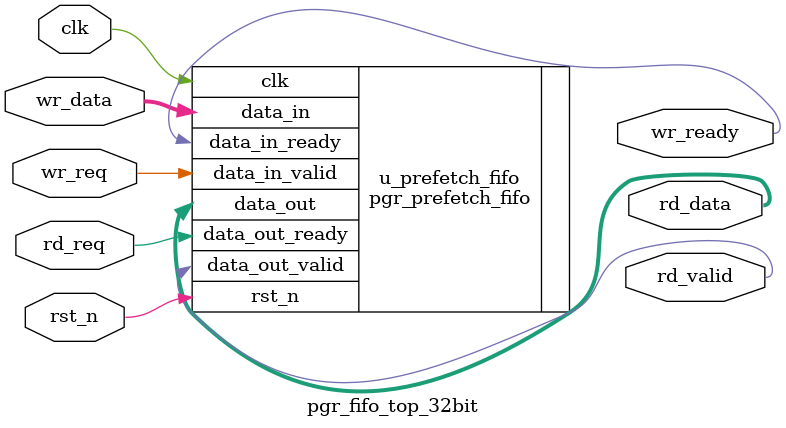
<source format=v>
`timescale 1ns/1ns
module pgr_fifo_top_32bit
#(
    parameter D = 16'd1024
)
(
    input               clk,
    input               rst_n,

    input       [7:0]   wr_data,
    input               wr_req,
    output              wr_ready,

    input               rd_req,
    output      [7:0]   rd_data,
    output              rd_valid
);

pgr_prefetch_fifo
#(
    .D                  (D                  ), //should be 2^N
    .W                  (8                  ),
    .TYPE               ("Distributed"      )  // "Distributed" or "DRM"
)
u_prefetch_fifo(
    .clk                (clk                ),
    .rst_n              (rst_n              ),

    .data_in_valid      (wr_req             ),
    .data_in            (wr_data            ),
    .data_in_ready      (wr_ready           ),

    .data_out_ready     (rd_req             ),
    .data_out           (rd_data            ),
    .data_out_valid     (rd_valid           )
);

endmodule //fifo


</source>
